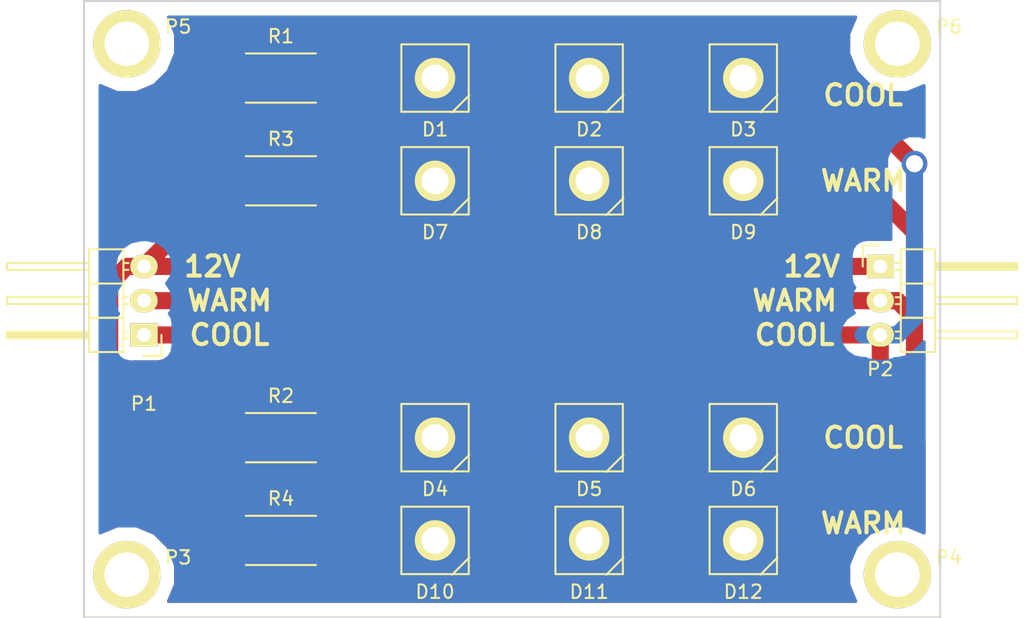
<source format=kicad_pcb>
(kicad_pcb (version 4) (host pcbnew 4.0.1-stable)

  (general
    (links 46)
    (no_connects 0)
    (area 123.690999 76.759999 200.159001 122.630001)
    (thickness 1.6)
    (drawings 14)
    (tracks 43)
    (zones 0)
    (modules 22)
    (nets 17)
  )

  (page A4)
  (layers
    (0 F.Cu signal)
    (31 B.Cu signal)
    (32 B.Adhes user)
    (33 F.Adhes user)
    (34 B.Paste user)
    (35 F.Paste user)
    (36 B.SilkS user)
    (37 F.SilkS user)
    (38 B.Mask user)
    (39 F.Mask user)
    (40 Dwgs.User user)
    (41 Cmts.User user)
    (42 Eco1.User user)
    (43 Eco2.User user)
    (44 Edge.Cuts user)
    (45 Margin user)
    (46 B.CrtYd user)
    (47 F.CrtYd user)
    (48 B.Fab user)
    (49 F.Fab user)
  )

  (setup
    (last_trace_width 0.254)
    (trace_clearance 0.254)
    (zone_clearance 1)
    (zone_45_only no)
    (trace_min 0.2)
    (segment_width 0.2)
    (edge_width 0.15)
    (via_size 0.6)
    (via_drill 0.4)
    (via_min_size 0.4)
    (via_min_drill 0.3)
    (uvia_size 0.3)
    (uvia_drill 0.1)
    (uvias_allowed no)
    (uvia_min_size 0.2)
    (uvia_min_drill 0.1)
    (pcb_text_width 0.3)
    (pcb_text_size 1.5 1.5)
    (mod_edge_width 0.15)
    (mod_text_size 1 1)
    (mod_text_width 0.15)
    (pad_size 1.1 4.3)
    (pad_drill 0)
    (pad_to_mask_clearance 0.2)
    (aux_axis_origin 0 0)
    (visible_elements FFFFFF7F)
    (pcbplotparams
      (layerselection 0x010f0_80000001)
      (usegerberextensions false)
      (excludeedgelayer true)
      (linewidth 0.100000)
      (plotframeref false)
      (viasonmask false)
      (mode 1)
      (useauxorigin false)
      (hpglpennumber 1)
      (hpglpenspeed 20)
      (hpglpendiameter 15)
      (hpglpenoverlay 2)
      (psnegative false)
      (psa4output false)
      (plotreference true)
      (plotvalue true)
      (plotinvisibletext false)
      (padsonsilk false)
      (subtractmaskfromsilk false)
      (outputformat 1)
      (mirror false)
      (drillshape 0)
      (scaleselection 1)
      (outputdirectory fab/))
  )

  (net 0 "")
  (net 1 "Net-(D1-Pad2)")
  (net 2 "Net-(D1-Pad1)")
  (net 3 "Net-(D2-Pad1)")
  (net 4 "Net-(D3-Pad1)")
  (net 5 "Net-(D4-Pad2)")
  (net 6 "Net-(D4-Pad1)")
  (net 7 "Net-(D5-Pad1)")
  (net 8 "Net-(D7-Pad2)")
  (net 9 "Net-(D7-Pad1)")
  (net 10 "Net-(D8-Pad1)")
  (net 11 "Net-(D12-Pad1)")
  (net 12 "Net-(D10-Pad2)")
  (net 13 "Net-(D10-Pad1)")
  (net 14 "Net-(D11-Pad1)")
  (net 15 +12V)
  (net 16 "Net-(D1-Pad3)")

  (net_class Default "This is the default net class."
    (clearance 0.254)
    (trace_width 0.254)
    (via_dia 0.6)
    (via_drill 0.4)
    (uvia_dia 0.3)
    (uvia_drill 0.1)
  )

  (net_class Fat ""
    (clearance 0.254)
    (trace_width 1.27)
    (via_dia 1.905)
    (via_drill 1.27)
    (uvia_dia 0.3)
    (uvia_drill 0.1)
    (add_net +12V)
    (add_net "Net-(D1-Pad1)")
    (add_net "Net-(D1-Pad2)")
    (add_net "Net-(D1-Pad3)")
    (add_net "Net-(D10-Pad1)")
    (add_net "Net-(D10-Pad2)")
    (add_net "Net-(D11-Pad1)")
    (add_net "Net-(D12-Pad1)")
    (add_net "Net-(D2-Pad1)")
    (add_net "Net-(D3-Pad1)")
    (add_net "Net-(D4-Pad1)")
    (add_net "Net-(D4-Pad2)")
    (add_net "Net-(D5-Pad1)")
    (add_net "Net-(D7-Pad1)")
    (add_net "Net-(D7-Pad2)")
    (add_net "Net-(D8-Pad1)")
  )

  (module Pin_Headers:Pin_Header_Angled_1x03 (layer F.Cu) (tedit 0) (tstamp 56B11FFD)
    (at 134.62 101.6 180)
    (descr "Through hole pin header")
    (tags "pin header")
    (path /56B1263F)
    (fp_text reference P1 (at 0 -5.1 180) (layer F.SilkS)
      (effects (font (size 1 1) (thickness 0.15)))
    )
    (fp_text value CONN_01X03 (at 0 -3.1 180) (layer F.Fab)
      (effects (font (size 1 1) (thickness 0.15)))
    )
    (fp_line (start -1.5 -1.75) (end -1.5 6.85) (layer F.CrtYd) (width 0.05))
    (fp_line (start 10.65 -1.75) (end 10.65 6.85) (layer F.CrtYd) (width 0.05))
    (fp_line (start -1.5 -1.75) (end 10.65 -1.75) (layer F.CrtYd) (width 0.05))
    (fp_line (start -1.5 6.85) (end 10.65 6.85) (layer F.CrtYd) (width 0.05))
    (fp_line (start -1.3 -1.55) (end -1.3 0) (layer F.SilkS) (width 0.15))
    (fp_line (start 0 -1.55) (end -1.3 -1.55) (layer F.SilkS) (width 0.15))
    (fp_line (start 4.191 -0.127) (end 10.033 -0.127) (layer F.SilkS) (width 0.15))
    (fp_line (start 10.033 -0.127) (end 10.033 0.127) (layer F.SilkS) (width 0.15))
    (fp_line (start 10.033 0.127) (end 4.191 0.127) (layer F.SilkS) (width 0.15))
    (fp_line (start 4.191 0.127) (end 4.191 0) (layer F.SilkS) (width 0.15))
    (fp_line (start 4.191 0) (end 10.033 0) (layer F.SilkS) (width 0.15))
    (fp_line (start 1.524 -0.254) (end 1.143 -0.254) (layer F.SilkS) (width 0.15))
    (fp_line (start 1.524 0.254) (end 1.143 0.254) (layer F.SilkS) (width 0.15))
    (fp_line (start 1.524 2.286) (end 1.143 2.286) (layer F.SilkS) (width 0.15))
    (fp_line (start 1.524 2.794) (end 1.143 2.794) (layer F.SilkS) (width 0.15))
    (fp_line (start 1.524 4.826) (end 1.143 4.826) (layer F.SilkS) (width 0.15))
    (fp_line (start 1.524 5.334) (end 1.143 5.334) (layer F.SilkS) (width 0.15))
    (fp_line (start 4.064 1.27) (end 4.064 -1.27) (layer F.SilkS) (width 0.15))
    (fp_line (start 10.16 0.254) (end 4.064 0.254) (layer F.SilkS) (width 0.15))
    (fp_line (start 10.16 -0.254) (end 10.16 0.254) (layer F.SilkS) (width 0.15))
    (fp_line (start 4.064 -0.254) (end 10.16 -0.254) (layer F.SilkS) (width 0.15))
    (fp_line (start 1.524 1.27) (end 4.064 1.27) (layer F.SilkS) (width 0.15))
    (fp_line (start 1.524 -1.27) (end 1.524 1.27) (layer F.SilkS) (width 0.15))
    (fp_line (start 1.524 -1.27) (end 4.064 -1.27) (layer F.SilkS) (width 0.15))
    (fp_line (start 1.524 3.81) (end 4.064 3.81) (layer F.SilkS) (width 0.15))
    (fp_line (start 1.524 3.81) (end 1.524 6.35) (layer F.SilkS) (width 0.15))
    (fp_line (start 4.064 4.826) (end 10.16 4.826) (layer F.SilkS) (width 0.15))
    (fp_line (start 10.16 4.826) (end 10.16 5.334) (layer F.SilkS) (width 0.15))
    (fp_line (start 10.16 5.334) (end 4.064 5.334) (layer F.SilkS) (width 0.15))
    (fp_line (start 4.064 6.35) (end 4.064 3.81) (layer F.SilkS) (width 0.15))
    (fp_line (start 4.064 3.81) (end 4.064 1.27) (layer F.SilkS) (width 0.15))
    (fp_line (start 10.16 2.794) (end 4.064 2.794) (layer F.SilkS) (width 0.15))
    (fp_line (start 10.16 2.286) (end 10.16 2.794) (layer F.SilkS) (width 0.15))
    (fp_line (start 4.064 2.286) (end 10.16 2.286) (layer F.SilkS) (width 0.15))
    (fp_line (start 1.524 3.81) (end 4.064 3.81) (layer F.SilkS) (width 0.15))
    (fp_line (start 1.524 1.27) (end 1.524 3.81) (layer F.SilkS) (width 0.15))
    (fp_line (start 1.524 1.27) (end 4.064 1.27) (layer F.SilkS) (width 0.15))
    (fp_line (start 1.524 6.35) (end 4.064 6.35) (layer F.SilkS) (width 0.15))
    (pad 1 thru_hole rect (at 0 0 180) (size 2.032 1.7272) (drill 1.016) (layers *.Cu *.Mask F.SilkS)
      (net 4 "Net-(D3-Pad1)"))
    (pad 2 thru_hole oval (at 0 2.54 180) (size 2.032 1.7272) (drill 1.016) (layers *.Cu *.Mask F.SilkS)
      (net 11 "Net-(D12-Pad1)"))
    (pad 3 thru_hole oval (at 0 5.08 180) (size 2.032 1.7272) (drill 1.016) (layers *.Cu *.Mask F.SilkS)
      (net 15 +12V))
    (model Pin_Headers.3dshapes/Pin_Header_Angled_1x03.wrl
      (at (xyz 0 -0.1 0))
      (scale (xyz 1 1 1))
      (rotate (xyz 0 0 90))
    )
  )

  (module Pin_Headers:Pin_Header_Angled_1x03 (layer F.Cu) (tedit 56B1335C) (tstamp 56B12004)
    (at 189.23 96.52)
    (descr "Through hole pin header")
    (tags "pin header")
    (path /56B1230B)
    (fp_text reference P2 (at 0 7.62) (layer F.SilkS)
      (effects (font (size 1 1) (thickness 0.15)))
    )
    (fp_text value CONN_01X03 (at 0 -3.1) (layer F.Fab)
      (effects (font (size 1 1) (thickness 0.15)))
    )
    (fp_line (start -1.5 -1.75) (end -1.5 6.85) (layer F.CrtYd) (width 0.05))
    (fp_line (start 10.65 -1.75) (end 10.65 6.85) (layer F.CrtYd) (width 0.05))
    (fp_line (start -1.5 -1.75) (end 10.65 -1.75) (layer F.CrtYd) (width 0.05))
    (fp_line (start -1.5 6.85) (end 10.65 6.85) (layer F.CrtYd) (width 0.05))
    (fp_line (start -1.3 -1.55) (end -1.3 0) (layer F.SilkS) (width 0.15))
    (fp_line (start 0 -1.55) (end -1.3 -1.55) (layer F.SilkS) (width 0.15))
    (fp_line (start 4.191 -0.127) (end 10.033 -0.127) (layer F.SilkS) (width 0.15))
    (fp_line (start 10.033 -0.127) (end 10.033 0.127) (layer F.SilkS) (width 0.15))
    (fp_line (start 10.033 0.127) (end 4.191 0.127) (layer F.SilkS) (width 0.15))
    (fp_line (start 4.191 0.127) (end 4.191 0) (layer F.SilkS) (width 0.15))
    (fp_line (start 4.191 0) (end 10.033 0) (layer F.SilkS) (width 0.15))
    (fp_line (start 1.524 -0.254) (end 1.143 -0.254) (layer F.SilkS) (width 0.15))
    (fp_line (start 1.524 0.254) (end 1.143 0.254) (layer F.SilkS) (width 0.15))
    (fp_line (start 1.524 2.286) (end 1.143 2.286) (layer F.SilkS) (width 0.15))
    (fp_line (start 1.524 2.794) (end 1.143 2.794) (layer F.SilkS) (width 0.15))
    (fp_line (start 1.524 4.826) (end 1.143 4.826) (layer F.SilkS) (width 0.15))
    (fp_line (start 1.524 5.334) (end 1.143 5.334) (layer F.SilkS) (width 0.15))
    (fp_line (start 4.064 1.27) (end 4.064 -1.27) (layer F.SilkS) (width 0.15))
    (fp_line (start 10.16 0.254) (end 4.064 0.254) (layer F.SilkS) (width 0.15))
    (fp_line (start 10.16 -0.254) (end 10.16 0.254) (layer F.SilkS) (width 0.15))
    (fp_line (start 4.064 -0.254) (end 10.16 -0.254) (layer F.SilkS) (width 0.15))
    (fp_line (start 1.524 1.27) (end 4.064 1.27) (layer F.SilkS) (width 0.15))
    (fp_line (start 1.524 -1.27) (end 1.524 1.27) (layer F.SilkS) (width 0.15))
    (fp_line (start 1.524 -1.27) (end 4.064 -1.27) (layer F.SilkS) (width 0.15))
    (fp_line (start 1.524 3.81) (end 4.064 3.81) (layer F.SilkS) (width 0.15))
    (fp_line (start 1.524 3.81) (end 1.524 6.35) (layer F.SilkS) (width 0.15))
    (fp_line (start 4.064 4.826) (end 10.16 4.826) (layer F.SilkS) (width 0.15))
    (fp_line (start 10.16 4.826) (end 10.16 5.334) (layer F.SilkS) (width 0.15))
    (fp_line (start 10.16 5.334) (end 4.064 5.334) (layer F.SilkS) (width 0.15))
    (fp_line (start 4.064 6.35) (end 4.064 3.81) (layer F.SilkS) (width 0.15))
    (fp_line (start 4.064 3.81) (end 4.064 1.27) (layer F.SilkS) (width 0.15))
    (fp_line (start 10.16 2.794) (end 4.064 2.794) (layer F.SilkS) (width 0.15))
    (fp_line (start 10.16 2.286) (end 10.16 2.794) (layer F.SilkS) (width 0.15))
    (fp_line (start 4.064 2.286) (end 10.16 2.286) (layer F.SilkS) (width 0.15))
    (fp_line (start 1.524 3.81) (end 4.064 3.81) (layer F.SilkS) (width 0.15))
    (fp_line (start 1.524 1.27) (end 1.524 3.81) (layer F.SilkS) (width 0.15))
    (fp_line (start 1.524 1.27) (end 4.064 1.27) (layer F.SilkS) (width 0.15))
    (fp_line (start 1.524 6.35) (end 4.064 6.35) (layer F.SilkS) (width 0.15))
    (pad 1 thru_hole rect (at 0 0) (size 2.032 1.7272) (drill 1.016) (layers *.Cu *.Mask F.SilkS)
      (net 15 +12V))
    (pad 2 thru_hole oval (at 0 2.54) (size 2.032 1.7272) (drill 1.016) (layers *.Cu *.Mask F.SilkS)
      (net 11 "Net-(D12-Pad1)"))
    (pad 3 thru_hole oval (at 0 5.08) (size 2.032 1.7272) (drill 1.016) (layers *.Cu *.Mask F.SilkS)
      (net 4 "Net-(D3-Pad1)"))
    (model Pin_Headers.3dshapes/Pin_Header_Angled_1x03.wrl
      (at (xyz 0 -0.1 0))
      (scale (xyz 1 1 1))
      (rotate (xyz 0 0 90))
    )
  )

  (module Resistors_SMD:R_2512_HandSoldering (layer F.Cu) (tedit 5418A1CA) (tstamp 56B1200A)
    (at 144.78 82.55)
    (descr "Resistor SMD 2512, hand soldering")
    (tags "resistor 2512")
    (path /56B120D6)
    (attr smd)
    (fp_text reference R1 (at 0 -3.1) (layer F.SilkS)
      (effects (font (size 1 1) (thickness 0.15)))
    )
    (fp_text value 6.6R (at 0 3.1) (layer F.Fab)
      (effects (font (size 1 1) (thickness 0.15)))
    )
    (fp_line (start -5.6 -1.95) (end 5.6 -1.95) (layer F.CrtYd) (width 0.05))
    (fp_line (start -5.6 1.95) (end 5.6 1.95) (layer F.CrtYd) (width 0.05))
    (fp_line (start -5.6 -1.95) (end -5.6 1.95) (layer F.CrtYd) (width 0.05))
    (fp_line (start 5.6 -1.95) (end 5.6 1.95) (layer F.CrtYd) (width 0.05))
    (fp_line (start 2.6 1.825) (end -2.6 1.825) (layer F.SilkS) (width 0.15))
    (fp_line (start -2.6 -1.825) (end 2.6 -1.825) (layer F.SilkS) (width 0.15))
    (pad 1 smd rect (at -3.95 0) (size 2.7 3.2) (layers F.Cu F.Paste F.Mask)
      (net 15 +12V))
    (pad 2 smd rect (at 3.95 0) (size 2.7 3.2) (layers F.Cu F.Paste F.Mask)
      (net 1 "Net-(D1-Pad2)"))
    (model Resistors_SMD.3dshapes/R_2512_HandSoldering.wrl
      (at (xyz 0 0 0))
      (scale (xyz 1 1 1))
      (rotate (xyz 0 0 0))
    )
  )

  (module Resistors_SMD:R_2512_HandSoldering (layer F.Cu) (tedit 5418A1CA) (tstamp 56B12010)
    (at 144.78 109.22)
    (descr "Resistor SMD 2512, hand soldering")
    (tags "resistor 2512")
    (path /56B1171C)
    (attr smd)
    (fp_text reference R2 (at 0 -3.1) (layer F.SilkS)
      (effects (font (size 1 1) (thickness 0.15)))
    )
    (fp_text value 6.6R (at 0 3.1) (layer F.Fab)
      (effects (font (size 1 1) (thickness 0.15)))
    )
    (fp_line (start -5.6 -1.95) (end 5.6 -1.95) (layer F.CrtYd) (width 0.05))
    (fp_line (start -5.6 1.95) (end 5.6 1.95) (layer F.CrtYd) (width 0.05))
    (fp_line (start -5.6 -1.95) (end -5.6 1.95) (layer F.CrtYd) (width 0.05))
    (fp_line (start 5.6 -1.95) (end 5.6 1.95) (layer F.CrtYd) (width 0.05))
    (fp_line (start 2.6 1.825) (end -2.6 1.825) (layer F.SilkS) (width 0.15))
    (fp_line (start -2.6 -1.825) (end 2.6 -1.825) (layer F.SilkS) (width 0.15))
    (pad 1 smd rect (at -3.95 0) (size 2.7 3.2) (layers F.Cu F.Paste F.Mask)
      (net 15 +12V))
    (pad 2 smd rect (at 3.95 0) (size 2.7 3.2) (layers F.Cu F.Paste F.Mask)
      (net 5 "Net-(D4-Pad2)"))
    (model Resistors_SMD.3dshapes/R_2512_HandSoldering.wrl
      (at (xyz 0 0 0))
      (scale (xyz 1 1 1))
      (rotate (xyz 0 0 0))
    )
  )

  (module Resistors_SMD:R_2512_HandSoldering (layer F.Cu) (tedit 5418A1CA) (tstamp 56B12016)
    (at 144.78 90.17)
    (descr "Resistor SMD 2512, hand soldering")
    (tags "resistor 2512")
    (path /56B122DB)
    (attr smd)
    (fp_text reference R3 (at 0 -3.1) (layer F.SilkS)
      (effects (font (size 1 1) (thickness 0.15)))
    )
    (fp_text value 6.6R (at 0 3.1) (layer F.Fab)
      (effects (font (size 1 1) (thickness 0.15)))
    )
    (fp_line (start -5.6 -1.95) (end 5.6 -1.95) (layer F.CrtYd) (width 0.05))
    (fp_line (start -5.6 1.95) (end 5.6 1.95) (layer F.CrtYd) (width 0.05))
    (fp_line (start -5.6 -1.95) (end -5.6 1.95) (layer F.CrtYd) (width 0.05))
    (fp_line (start 5.6 -1.95) (end 5.6 1.95) (layer F.CrtYd) (width 0.05))
    (fp_line (start 2.6 1.825) (end -2.6 1.825) (layer F.SilkS) (width 0.15))
    (fp_line (start -2.6 -1.825) (end 2.6 -1.825) (layer F.SilkS) (width 0.15))
    (pad 1 smd rect (at -3.95 0) (size 2.7 3.2) (layers F.Cu F.Paste F.Mask)
      (net 15 +12V))
    (pad 2 smd rect (at 3.95 0) (size 2.7 3.2) (layers F.Cu F.Paste F.Mask)
      (net 8 "Net-(D7-Pad2)"))
    (model Resistors_SMD.3dshapes/R_2512_HandSoldering.wrl
      (at (xyz 0 0 0))
      (scale (xyz 1 1 1))
      (rotate (xyz 0 0 0))
    )
  )

  (module Resistors_SMD:R_2512_HandSoldering (layer F.Cu) (tedit 5418A1CA) (tstamp 56B1201C)
    (at 144.78 116.84)
    (descr "Resistor SMD 2512, hand soldering")
    (tags "resistor 2512")
    (path /56B122C4)
    (attr smd)
    (fp_text reference R4 (at 0 -3.1) (layer F.SilkS)
      (effects (font (size 1 1) (thickness 0.15)))
    )
    (fp_text value 6.6R (at 0 3.1) (layer F.Fab)
      (effects (font (size 1 1) (thickness 0.15)))
    )
    (fp_line (start -5.6 -1.95) (end 5.6 -1.95) (layer F.CrtYd) (width 0.05))
    (fp_line (start -5.6 1.95) (end 5.6 1.95) (layer F.CrtYd) (width 0.05))
    (fp_line (start -5.6 -1.95) (end -5.6 1.95) (layer F.CrtYd) (width 0.05))
    (fp_line (start 5.6 -1.95) (end 5.6 1.95) (layer F.CrtYd) (width 0.05))
    (fp_line (start 2.6 1.825) (end -2.6 1.825) (layer F.SilkS) (width 0.15))
    (fp_line (start -2.6 -1.825) (end 2.6 -1.825) (layer F.SilkS) (width 0.15))
    (pad 1 smd rect (at -3.95 0) (size 2.7 3.2) (layers F.Cu F.Paste F.Mask)
      (net 15 +12V))
    (pad 2 smd rect (at 3.95 0) (size 2.7 3.2) (layers F.Cu F.Paste F.Mask)
      (net 12 "Net-(D10-Pad2)"))
    (model Resistors_SMD.3dshapes/R_2512_HandSoldering.wrl
      (at (xyz 0 0 0))
      (scale (xyz 1 1 1))
      (rotate (xyz 0 0 0))
    )
  )

  (module matthew:CREE_MX6 (layer F.Cu) (tedit 56B12C76) (tstamp 56B11F96)
    (at 156.21 109.22)
    (path /56B12CD1)
    (fp_text reference D4 (at 0 3.81) (layer F.SilkS)
      (effects (font (size 1 1) (thickness 0.15)))
    )
    (fp_text value LED_tm (at 0 -3.81) (layer F.Fab)
      (effects (font (size 1 1) (thickness 0.15)))
    )
    (fp_line (start 2.54 1.27) (end 1.27 2.54) (layer F.SilkS) (width 0.15))
    (fp_line (start 2.5 -2.5) (end -2.5 -2.5) (layer F.SilkS) (width 0.15))
    (fp_line (start -2.5 -2.5) (end -2.5 2.5) (layer F.SilkS) (width 0.15))
    (fp_line (start -2.5 2.5) (end 2.5 2.5) (layer F.SilkS) (width 0.15))
    (fp_line (start 2.5 2.5) (end 2.5 -2.5) (layer F.SilkS) (width 0.15))
    (pad 3 smd rect (at 0 0) (size 1.1 4.3) (layers F.Cu F.Paste F.Mask)
      (net 16 "Net-(D1-Pad3)"))
    (pad 2 smd rect (at -3.75 0) (size 2 4.3) (layers F.Cu F.Paste F.Mask)
      (net 5 "Net-(D4-Pad2)"))
    (pad 1 smd rect (at 3.75 0) (size 2 4.3) (layers F.Cu F.Paste F.Mask)
      (net 6 "Net-(D4-Pad1)"))
    (pad 3 thru_hole circle (at 0 0) (size 3 3) (drill 2) (layers *.Cu *.Mask F.SilkS)
      (net 16 "Net-(D1-Pad3)"))
  )

  (module matthew:CREE_MX6 (layer F.Cu) (tedit 56B12C76) (tstamp 56B11FDE)
    (at 156.21 116.84)
    (path /56B13073)
    (fp_text reference D10 (at 0 3.81) (layer F.SilkS)
      (effects (font (size 1 1) (thickness 0.15)))
    )
    (fp_text value LED_tm (at 0 -3.81) (layer F.Fab)
      (effects (font (size 1 1) (thickness 0.15)))
    )
    (fp_line (start 2.54 1.27) (end 1.27 2.54) (layer F.SilkS) (width 0.15))
    (fp_line (start 2.5 -2.5) (end -2.5 -2.5) (layer F.SilkS) (width 0.15))
    (fp_line (start -2.5 -2.5) (end -2.5 2.5) (layer F.SilkS) (width 0.15))
    (fp_line (start -2.5 2.5) (end 2.5 2.5) (layer F.SilkS) (width 0.15))
    (fp_line (start 2.5 2.5) (end 2.5 -2.5) (layer F.SilkS) (width 0.15))
    (pad 3 smd rect (at 0 0) (size 1.1 4.3) (layers F.Cu F.Paste F.Mask)
      (net 16 "Net-(D1-Pad3)"))
    (pad 2 smd rect (at -3.75 0) (size 2 4.3) (layers F.Cu F.Paste F.Mask)
      (net 12 "Net-(D10-Pad2)"))
    (pad 1 smd rect (at 3.75 0) (size 2 4.3) (layers F.Cu F.Paste F.Mask)
      (net 13 "Net-(D10-Pad1)"))
    (pad 3 thru_hole circle (at 0 0) (size 3 3) (drill 2) (layers *.Cu *.Mask F.SilkS)
      (net 16 "Net-(D1-Pad3)"))
  )

  (module matthew:CREE_MX6 (layer F.Cu) (tedit 56B12C76) (tstamp 56B11FEA)
    (at 167.64 116.84)
    (path /56B130A6)
    (fp_text reference D11 (at 0 3.81) (layer F.SilkS)
      (effects (font (size 1 1) (thickness 0.15)))
    )
    (fp_text value LED_tm (at 0 -3.81) (layer F.Fab)
      (effects (font (size 1 1) (thickness 0.15)))
    )
    (fp_line (start 2.54 1.27) (end 1.27 2.54) (layer F.SilkS) (width 0.15))
    (fp_line (start 2.5 -2.5) (end -2.5 -2.5) (layer F.SilkS) (width 0.15))
    (fp_line (start -2.5 -2.5) (end -2.5 2.5) (layer F.SilkS) (width 0.15))
    (fp_line (start -2.5 2.5) (end 2.5 2.5) (layer F.SilkS) (width 0.15))
    (fp_line (start 2.5 2.5) (end 2.5 -2.5) (layer F.SilkS) (width 0.15))
    (pad 3 smd rect (at 0 0) (size 1.1 4.3) (layers F.Cu F.Paste F.Mask)
      (net 16 "Net-(D1-Pad3)"))
    (pad 2 smd rect (at -3.75 0) (size 2 4.3) (layers F.Cu F.Paste F.Mask)
      (net 13 "Net-(D10-Pad1)"))
    (pad 1 smd rect (at 3.75 0) (size 2 4.3) (layers F.Cu F.Paste F.Mask)
      (net 14 "Net-(D11-Pad1)"))
    (pad 3 thru_hole circle (at 0 0) (size 3 3) (drill 2) (layers *.Cu *.Mask F.SilkS)
      (net 16 "Net-(D1-Pad3)"))
  )

  (module matthew:CREE_MX6 (layer F.Cu) (tedit 56B12C76) (tstamp 56B11FA2)
    (at 167.64 109.22)
    (path /56B1311C)
    (fp_text reference D5 (at 0 3.81) (layer F.SilkS)
      (effects (font (size 1 1) (thickness 0.15)))
    )
    (fp_text value LED_tm (at 0 -3.81) (layer F.Fab)
      (effects (font (size 1 1) (thickness 0.15)))
    )
    (fp_line (start 2.54 1.27) (end 1.27 2.54) (layer F.SilkS) (width 0.15))
    (fp_line (start 2.5 -2.5) (end -2.5 -2.5) (layer F.SilkS) (width 0.15))
    (fp_line (start -2.5 -2.5) (end -2.5 2.5) (layer F.SilkS) (width 0.15))
    (fp_line (start -2.5 2.5) (end 2.5 2.5) (layer F.SilkS) (width 0.15))
    (fp_line (start 2.5 2.5) (end 2.5 -2.5) (layer F.SilkS) (width 0.15))
    (pad 3 smd rect (at 0 0) (size 1.1 4.3) (layers F.Cu F.Paste F.Mask)
      (net 16 "Net-(D1-Pad3)"))
    (pad 2 smd rect (at -3.75 0) (size 2 4.3) (layers F.Cu F.Paste F.Mask)
      (net 6 "Net-(D4-Pad1)"))
    (pad 1 smd rect (at 3.75 0) (size 2 4.3) (layers F.Cu F.Paste F.Mask)
      (net 7 "Net-(D5-Pad1)"))
    (pad 3 thru_hole circle (at 0 0) (size 3 3) (drill 2) (layers *.Cu *.Mask F.SilkS)
      (net 16 "Net-(D1-Pad3)"))
  )

  (module matthew:CREE_MX6 (layer F.Cu) (tedit 56B12C76) (tstamp 56B11FAE)
    (at 179.07 109.22)
    (path /56B131DF)
    (fp_text reference D6 (at 0 3.81) (layer F.SilkS)
      (effects (font (size 1 1) (thickness 0.15)))
    )
    (fp_text value LED_tm (at 0 -3.81) (layer F.Fab)
      (effects (font (size 1 1) (thickness 0.15)))
    )
    (fp_line (start 2.54 1.27) (end 1.27 2.54) (layer F.SilkS) (width 0.15))
    (fp_line (start 2.5 -2.5) (end -2.5 -2.5) (layer F.SilkS) (width 0.15))
    (fp_line (start -2.5 -2.5) (end -2.5 2.5) (layer F.SilkS) (width 0.15))
    (fp_line (start -2.5 2.5) (end 2.5 2.5) (layer F.SilkS) (width 0.15))
    (fp_line (start 2.5 2.5) (end 2.5 -2.5) (layer F.SilkS) (width 0.15))
    (pad 3 smd rect (at 0 0) (size 1.1 4.3) (layers F.Cu F.Paste F.Mask)
      (net 16 "Net-(D1-Pad3)"))
    (pad 2 smd rect (at -3.75 0) (size 2 4.3) (layers F.Cu F.Paste F.Mask)
      (net 7 "Net-(D5-Pad1)"))
    (pad 1 smd rect (at 3.75 0) (size 2 4.3) (layers F.Cu F.Paste F.Mask)
      (net 4 "Net-(D3-Pad1)"))
    (pad 3 thru_hole circle (at 0 0) (size 3 3) (drill 2) (layers *.Cu *.Mask F.SilkS)
      (net 16 "Net-(D1-Pad3)"))
  )

  (module matthew:CREE_MX6 (layer F.Cu) (tedit 56B12C76) (tstamp 56B11FF6)
    (at 179.07 116.84)
    (path /56B13271)
    (fp_text reference D12 (at 0 3.81) (layer F.SilkS)
      (effects (font (size 1 1) (thickness 0.15)))
    )
    (fp_text value LED_tm (at 0 -3.81) (layer F.Fab)
      (effects (font (size 1 1) (thickness 0.15)))
    )
    (fp_line (start 2.54 1.27) (end 1.27 2.54) (layer F.SilkS) (width 0.15))
    (fp_line (start 2.5 -2.5) (end -2.5 -2.5) (layer F.SilkS) (width 0.15))
    (fp_line (start -2.5 -2.5) (end -2.5 2.5) (layer F.SilkS) (width 0.15))
    (fp_line (start -2.5 2.5) (end 2.5 2.5) (layer F.SilkS) (width 0.15))
    (fp_line (start 2.5 2.5) (end 2.5 -2.5) (layer F.SilkS) (width 0.15))
    (pad 3 smd rect (at 0 0) (size 1.1 4.3) (layers F.Cu F.Paste F.Mask)
      (net 16 "Net-(D1-Pad3)"))
    (pad 2 smd rect (at -3.75 0) (size 2 4.3) (layers F.Cu F.Paste F.Mask)
      (net 14 "Net-(D11-Pad1)"))
    (pad 1 smd rect (at 3.75 0) (size 2 4.3) (layers F.Cu F.Paste F.Mask)
      (net 11 "Net-(D12-Pad1)"))
    (pad 3 thru_hole circle (at 0 0) (size 3 3) (drill 2) (layers *.Cu *.Mask F.SilkS)
      (net 16 "Net-(D1-Pad3)"))
  )

  (module matthew:CREE_MX6 (layer F.Cu) (tedit 56B12C76) (tstamp 56B11F8A)
    (at 179.07 82.55)
    (path /56B1319A)
    (fp_text reference D3 (at 0 3.81) (layer F.SilkS)
      (effects (font (size 1 1) (thickness 0.15)))
    )
    (fp_text value LED_tm (at 0 -3.81) (layer F.Fab)
      (effects (font (size 1 1) (thickness 0.15)))
    )
    (fp_line (start 2.54 1.27) (end 1.27 2.54) (layer F.SilkS) (width 0.15))
    (fp_line (start 2.5 -2.5) (end -2.5 -2.5) (layer F.SilkS) (width 0.15))
    (fp_line (start -2.5 -2.5) (end -2.5 2.5) (layer F.SilkS) (width 0.15))
    (fp_line (start -2.5 2.5) (end 2.5 2.5) (layer F.SilkS) (width 0.15))
    (fp_line (start 2.5 2.5) (end 2.5 -2.5) (layer F.SilkS) (width 0.15))
    (pad 3 smd rect (at 0 0) (size 1.1 4.3) (layers F.Cu F.Paste F.Mask)
      (net 16 "Net-(D1-Pad3)"))
    (pad 2 smd rect (at -3.75 0) (size 2 4.3) (layers F.Cu F.Paste F.Mask)
      (net 3 "Net-(D2-Pad1)"))
    (pad 1 smd rect (at 3.75 0) (size 2 4.3) (layers F.Cu F.Paste F.Mask)
      (net 4 "Net-(D3-Pad1)"))
    (pad 3 thru_hole circle (at 0 0) (size 3 3) (drill 2) (layers *.Cu *.Mask F.SilkS)
      (net 16 "Net-(D1-Pad3)"))
  )

  (module matthew:CREE_MX6 (layer F.Cu) (tedit 56B12C76) (tstamp 56B11FD2)
    (at 179.07 90.17)
    (path /56B13224)
    (fp_text reference D9 (at 0 3.81) (layer F.SilkS)
      (effects (font (size 1 1) (thickness 0.15)))
    )
    (fp_text value LED_tm (at 0 -3.81) (layer F.Fab)
      (effects (font (size 1 1) (thickness 0.15)))
    )
    (fp_line (start 2.54 1.27) (end 1.27 2.54) (layer F.SilkS) (width 0.15))
    (fp_line (start 2.5 -2.5) (end -2.5 -2.5) (layer F.SilkS) (width 0.15))
    (fp_line (start -2.5 -2.5) (end -2.5 2.5) (layer F.SilkS) (width 0.15))
    (fp_line (start -2.5 2.5) (end 2.5 2.5) (layer F.SilkS) (width 0.15))
    (fp_line (start 2.5 2.5) (end 2.5 -2.5) (layer F.SilkS) (width 0.15))
    (pad 3 smd rect (at 0 0) (size 1.1 4.3) (layers F.Cu F.Paste F.Mask)
      (net 16 "Net-(D1-Pad3)"))
    (pad 2 smd rect (at -3.75 0) (size 2 4.3) (layers F.Cu F.Paste F.Mask)
      (net 10 "Net-(D8-Pad1)"))
    (pad 1 smd rect (at 3.75 0) (size 2 4.3) (layers F.Cu F.Paste F.Mask)
      (net 11 "Net-(D12-Pad1)"))
    (pad 3 thru_hole circle (at 0 0) (size 3 3) (drill 2) (layers *.Cu *.Mask F.SilkS)
      (net 16 "Net-(D1-Pad3)"))
  )

  (module matthew:CREE_MX6 (layer F.Cu) (tedit 56B12C76) (tstamp 56B11FC6)
    (at 167.64 90.17)
    (path /56B130E3)
    (fp_text reference D8 (at 0 3.81) (layer F.SilkS)
      (effects (font (size 1 1) (thickness 0.15)))
    )
    (fp_text value LED_tm (at 0 -3.81) (layer F.Fab)
      (effects (font (size 1 1) (thickness 0.15)))
    )
    (fp_line (start 2.54 1.27) (end 1.27 2.54) (layer F.SilkS) (width 0.15))
    (fp_line (start 2.5 -2.5) (end -2.5 -2.5) (layer F.SilkS) (width 0.15))
    (fp_line (start -2.5 -2.5) (end -2.5 2.5) (layer F.SilkS) (width 0.15))
    (fp_line (start -2.5 2.5) (end 2.5 2.5) (layer F.SilkS) (width 0.15))
    (fp_line (start 2.5 2.5) (end 2.5 -2.5) (layer F.SilkS) (width 0.15))
    (pad 3 smd rect (at 0 0) (size 1.1 4.3) (layers F.Cu F.Paste F.Mask)
      (net 16 "Net-(D1-Pad3)"))
    (pad 2 smd rect (at -3.75 0) (size 2 4.3) (layers F.Cu F.Paste F.Mask)
      (net 9 "Net-(D7-Pad1)"))
    (pad 1 smd rect (at 3.75 0) (size 2 4.3) (layers F.Cu F.Paste F.Mask)
      (net 10 "Net-(D8-Pad1)"))
    (pad 3 thru_hole circle (at 0 0) (size 3 3) (drill 2) (layers *.Cu *.Mask F.SilkS)
      (net 16 "Net-(D1-Pad3)"))
  )

  (module matthew:CREE_MX6 (layer F.Cu) (tedit 56B12C76) (tstamp 56B11F7E)
    (at 167.64 82.55)
    (path /56B1315B)
    (fp_text reference D2 (at 0 3.81) (layer F.SilkS)
      (effects (font (size 1 1) (thickness 0.15)))
    )
    (fp_text value LED_tm (at 0 -3.81) (layer F.Fab)
      (effects (font (size 1 1) (thickness 0.15)))
    )
    (fp_line (start 2.54 1.27) (end 1.27 2.54) (layer F.SilkS) (width 0.15))
    (fp_line (start 2.5 -2.5) (end -2.5 -2.5) (layer F.SilkS) (width 0.15))
    (fp_line (start -2.5 -2.5) (end -2.5 2.5) (layer F.SilkS) (width 0.15))
    (fp_line (start -2.5 2.5) (end 2.5 2.5) (layer F.SilkS) (width 0.15))
    (fp_line (start 2.5 2.5) (end 2.5 -2.5) (layer F.SilkS) (width 0.15))
    (pad 3 smd rect (at 0 0) (size 1.1 4.3) (layers F.Cu F.Paste F.Mask)
      (net 16 "Net-(D1-Pad3)"))
    (pad 2 smd rect (at -3.75 0) (size 2 4.3) (layers F.Cu F.Paste F.Mask)
      (net 2 "Net-(D1-Pad1)"))
    (pad 1 smd rect (at 3.75 0) (size 2 4.3) (layers F.Cu F.Paste F.Mask)
      (net 3 "Net-(D2-Pad1)"))
    (pad 3 thru_hole circle (at 0 0) (size 3 3) (drill 2) (layers *.Cu *.Mask F.SilkS)
      (net 16 "Net-(D1-Pad3)"))
  )

  (module matthew:CREE_MX6 (layer F.Cu) (tedit 56B12C76) (tstamp 56B11F72)
    (at 156.21 82.55)
    (path /56B13016)
    (fp_text reference D1 (at 0 3.81) (layer F.SilkS)
      (effects (font (size 1 1) (thickness 0.15)))
    )
    (fp_text value LED_tm (at 0 -3.81) (layer F.Fab)
      (effects (font (size 1 1) (thickness 0.15)))
    )
    (fp_line (start 2.54 1.27) (end 1.27 2.54) (layer F.SilkS) (width 0.15))
    (fp_line (start 2.5 -2.5) (end -2.5 -2.5) (layer F.SilkS) (width 0.15))
    (fp_line (start -2.5 -2.5) (end -2.5 2.5) (layer F.SilkS) (width 0.15))
    (fp_line (start -2.5 2.5) (end 2.5 2.5) (layer F.SilkS) (width 0.15))
    (fp_line (start 2.5 2.5) (end 2.5 -2.5) (layer F.SilkS) (width 0.15))
    (pad 3 smd rect (at 0 0) (size 1.1 4.3) (layers F.Cu F.Paste F.Mask)
      (net 16 "Net-(D1-Pad3)"))
    (pad 2 smd rect (at -3.75 0) (size 2 4.3) (layers F.Cu F.Paste F.Mask)
      (net 1 "Net-(D1-Pad2)"))
    (pad 1 smd rect (at 3.75 0) (size 2 4.3) (layers F.Cu F.Paste F.Mask)
      (net 2 "Net-(D1-Pad1)"))
    (pad 3 thru_hole circle (at 0 0) (size 3 3) (drill 2) (layers *.Cu *.Mask F.SilkS)
      (net 16 "Net-(D1-Pad3)"))
  )

  (module matthew:CREE_MX6 (layer F.Cu) (tedit 56B12C76) (tstamp 56B11FBA)
    (at 156.21 90.17)
    (path /56B13040)
    (fp_text reference D7 (at 0 3.81) (layer F.SilkS)
      (effects (font (size 1 1) (thickness 0.15)))
    )
    (fp_text value LED_tm (at 0 -3.81) (layer F.Fab)
      (effects (font (size 1 1) (thickness 0.15)))
    )
    (fp_line (start 2.54 1.27) (end 1.27 2.54) (layer F.SilkS) (width 0.15))
    (fp_line (start 2.5 -2.5) (end -2.5 -2.5) (layer F.SilkS) (width 0.15))
    (fp_line (start -2.5 -2.5) (end -2.5 2.5) (layer F.SilkS) (width 0.15))
    (fp_line (start -2.5 2.5) (end 2.5 2.5) (layer F.SilkS) (width 0.15))
    (fp_line (start 2.5 2.5) (end 2.5 -2.5) (layer F.SilkS) (width 0.15))
    (pad 3 smd rect (at 0 0) (size 1.1 4.3) (layers F.Cu F.Paste F.Mask)
      (net 16 "Net-(D1-Pad3)"))
    (pad 2 smd rect (at -3.75 0) (size 2 4.3) (layers F.Cu F.Paste F.Mask)
      (net 8 "Net-(D7-Pad2)"))
    (pad 1 smd rect (at 3.75 0) (size 2 4.3) (layers F.Cu F.Paste F.Mask)
      (net 9 "Net-(D7-Pad1)"))
    (pad 3 thru_hole circle (at 0 0) (size 3 3) (drill 2) (layers *.Cu *.Mask F.SilkS)
      (net 16 "Net-(D1-Pad3)"))
  )

  (module matthew:M3 (layer F.Cu) (tedit 56B13090) (tstamp 56B13130)
    (at 133.35 119.38)
    (path /56B13E36)
    (fp_text reference P3 (at 3.81 -1.27) (layer F.SilkS)
      (effects (font (size 1 1) (thickness 0.15)))
    )
    (fp_text value CONN_01X01 (at -2.54 -1.27) (layer F.Fab)
      (effects (font (size 1 1) (thickness 0.15)))
    )
    (pad "" thru_hole circle (at 0 0) (size 5 5) (drill 3.3) (layers *.Cu *.Mask F.SilkS))
  )

  (module matthew:M3 (layer F.Cu) (tedit 56B13090) (tstamp 56B13135)
    (at 190.5 119.38)
    (path /56B13E95)
    (fp_text reference P4 (at 3.81 -1.27) (layer F.SilkS)
      (effects (font (size 1 1) (thickness 0.15)))
    )
    (fp_text value CONN_01X01 (at -2.54 -1.27) (layer F.Fab)
      (effects (font (size 1 1) (thickness 0.15)))
    )
    (pad "" thru_hole circle (at 0 0) (size 5 5) (drill 3.3) (layers *.Cu *.Mask F.SilkS))
  )

  (module matthew:M3 (layer F.Cu) (tedit 56B13090) (tstamp 56B1313A)
    (at 133.35 80.01)
    (path /56B13EE8)
    (fp_text reference P5 (at 3.81 -1.27) (layer F.SilkS)
      (effects (font (size 1 1) (thickness 0.15)))
    )
    (fp_text value CONN_01X01 (at -2.54 -1.27) (layer F.Fab)
      (effects (font (size 1 1) (thickness 0.15)))
    )
    (pad "" thru_hole circle (at 0 0) (size 5 5) (drill 3.3) (layers *.Cu *.Mask F.SilkS))
  )

  (module matthew:M3 (layer F.Cu) (tedit 56B13090) (tstamp 56B1313F)
    (at 190.5 80.01)
    (path /56B13F3E)
    (fp_text reference P6 (at 3.81 -1.27) (layer F.SilkS)
      (effects (font (size 1 1) (thickness 0.15)))
    )
    (fp_text value CONN_01X01 (at -2.54 -1.27) (layer F.Fab)
      (effects (font (size 1 1) (thickness 0.15)))
    )
    (pad "" thru_hole circle (at 0 0) (size 5 5) (drill 3.3) (layers *.Cu *.Mask F.SilkS))
  )

  (gr_line (start 193.675 122.555) (end 193.675 76.835) (angle 90) (layer Edge.Cuts) (width 0.15))
  (gr_line (start 130.175 122.555) (end 193.675 122.555) (angle 90) (layer Edge.Cuts) (width 0.15))
  (gr_line (start 130.175 76.835) (end 130.175 122.555) (angle 90) (layer Edge.Cuts) (width 0.15))
  (gr_line (start 193.675 76.835) (end 130.175 76.835) (angle 90) (layer Edge.Cuts) (width 0.15))
  (gr_text COOL (at 187.96 83.82) (layer F.SilkS)
    (effects (font (size 1.5 1.5) (thickness 0.3)))
  )
  (gr_text COOL (at 187.96 109.22) (layer F.SilkS)
    (effects (font (size 1.5 1.5) (thickness 0.3)))
  )
  (gr_text WARM (at 187.96 90.17) (layer F.SilkS)
    (effects (font (size 1.5 1.5) (thickness 0.3)))
  )
  (gr_text WARM (at 187.96 115.57) (layer F.SilkS)
    (effects (font (size 1.5 1.5) (thickness 0.3)))
  )
  (gr_text COOL (at 182.88 101.6) (layer F.SilkS)
    (effects (font (size 1.5 1.5) (thickness 0.3)))
  )
  (gr_text WARM (at 182.88 99.06) (layer F.SilkS)
    (effects (font (size 1.5 1.5) (thickness 0.3)))
  )
  (gr_text 12V (at 184.15 96.52) (layer F.SilkS)
    (effects (font (size 1.5 1.5) (thickness 0.3)))
  )
  (gr_text COOL (at 140.97 101.6) (layer F.SilkS)
    (effects (font (size 1.5 1.5) (thickness 0.3)))
  )
  (gr_text WARM (at 140.97 99.06) (layer F.SilkS)
    (effects (font (size 1.5 1.5) (thickness 0.3)))
  )
  (gr_text 12V (at 139.7 96.52) (layer F.SilkS)
    (effects (font (size 1.5 1.5) (thickness 0.3)))
  )

  (segment (start 152.46 82.55) (end 148.73 82.55) (width 1.27) (layer F.Cu) (net 1))
  (segment (start 163.89 82.55) (end 159.96 82.55) (width 1.27) (layer F.Cu) (net 2))
  (segment (start 175.32 82.55) (end 171.39 82.55) (width 1.27) (layer F.Cu) (net 3))
  (segment (start 189.23 101.6) (end 190.5 101.6) (width 1.27) (layer B.Cu) (net 4))
  (segment (start 185.42 82.55) (end 182.82 82.55) (width 1.27) (layer F.Cu) (net 4) (tstamp 56B12DAB))
  (segment (start 191.77 88.9) (end 185.42 82.55) (width 1.27) (layer F.Cu) (net 4) (tstamp 56B12DAA))
  (via (at 191.77 88.9) (size 1.905) (drill 1.27) (layers F.Cu B.Cu) (net 4))
  (segment (start 191.77 100.33) (end 191.77 88.9) (width 1.27) (layer B.Cu) (net 4) (tstamp 56B12DA0))
  (segment (start 190.5 101.6) (end 191.77 100.33) (width 1.27) (layer B.Cu) (net 4) (tstamp 56B12D9C))
  (segment (start 189.23 101.6) (end 187.96 101.6) (width 1.27) (layer B.Cu) (net 4))
  (segment (start 182.82 83.76) (end 182.82 82.55) (width 1.27) (layer F.Cu) (net 4) (tstamp 56B12312))
  (segment (start 182.82 109.22) (end 185.42 109.22) (width 1.27) (layer F.Cu) (net 4))
  (segment (start 189.23 105.41) (end 189.23 101.6) (width 1.27) (layer F.Cu) (net 4) (tstamp 56B122E0))
  (segment (start 185.42 109.22) (end 189.23 105.41) (width 1.27) (layer F.Cu) (net 4) (tstamp 56B122DB))
  (segment (start 134.62 101.6) (end 189.23 101.6) (width 1.27) (layer F.Cu) (net 4))
  (segment (start 148.73 109.22) (end 152.46 109.22) (width 1.27) (layer F.Cu) (net 5))
  (segment (start 159.96 109.22) (end 163.89 109.22) (width 1.27) (layer F.Cu) (net 6))
  (segment (start 171.39 109.22) (end 175.32 109.22) (width 1.27) (layer F.Cu) (net 7))
  (segment (start 148.73 90.17) (end 152.46 90.17) (width 1.27) (layer F.Cu) (net 8))
  (segment (start 159.96 90.17) (end 163.89 90.17) (width 1.27) (layer F.Cu) (net 9))
  (segment (start 171.39 90.17) (end 175.32 90.17) (width 1.27) (layer F.Cu) (net 10))
  (segment (start 182.82 90.17) (end 187.96 90.17) (width 1.27) (layer F.Cu) (net 11))
  (segment (start 191.77 93.98) (end 191.77 100.33) (width 1.27) (layer F.Cu) (net 11) (tstamp 56B122FE))
  (segment (start 187.96 90.17) (end 191.77 93.98) (width 1.27) (layer F.Cu) (net 11) (tstamp 56B122F7))
  (segment (start 182.82 116.84) (end 182.88 116.84) (width 1.27) (layer F.Cu) (net 11))
  (segment (start 182.88 116.84) (end 191.77 107.95) (width 1.27) (layer F.Cu) (net 11) (tstamp 56B122E8))
  (segment (start 191.77 107.95) (end 191.77 100.33) (width 1.27) (layer F.Cu) (net 11) (tstamp 56B122E9))
  (segment (start 191.77 100.33) (end 190.5 99.06) (width 1.27) (layer F.Cu) (net 11) (tstamp 56B122EC))
  (segment (start 190.5 99.06) (end 189.23 99.06) (width 1.27) (layer F.Cu) (net 11) (tstamp 56B122ED))
  (segment (start 189.23 99.06) (end 134.62 99.06) (width 1.27) (layer F.Cu) (net 11))
  (segment (start 152.46 116.84) (end 148.73 116.84) (width 1.27) (layer F.Cu) (net 12))
  (segment (start 163.89 116.84) (end 159.96 116.84) (width 1.27) (layer F.Cu) (net 13))
  (segment (start 175.32 116.84) (end 171.39 116.84) (width 1.27) (layer F.Cu) (net 14))
  (segment (start 140.83 90.17) (end 140.83 90.31) (width 1.27) (layer F.Cu) (net 15))
  (segment (start 140.83 90.31) (end 134.62 96.52) (width 1.27) (layer F.Cu) (net 15) (tstamp 56B122C9))
  (segment (start 140.83 109.22) (end 135.89 109.22) (width 1.27) (layer F.Cu) (net 15))
  (segment (start 133.35 96.52) (end 134.62 96.52) (width 1.27) (layer F.Cu) (net 15) (tstamp 56B122C3))
  (segment (start 132.08 97.79) (end 133.35 96.52) (width 1.27) (layer F.Cu) (net 15) (tstamp 56B122C2))
  (segment (start 132.08 105.41) (end 132.08 97.79) (width 1.27) (layer F.Cu) (net 15) (tstamp 56B122BD))
  (segment (start 135.89 109.22) (end 132.08 105.41) (width 1.27) (layer F.Cu) (net 15) (tstamp 56B122B7))
  (segment (start 140.83 116.84) (end 140.83 109.22) (width 1.27) (layer F.Cu) (net 15))
  (segment (start 140.83 82.55) (end 140.83 90.17) (width 1.27) (layer F.Cu) (net 15))
  (segment (start 189.23 96.52) (end 134.62 96.52) (width 1.27) (layer F.Cu) (net 15))

  (zone (net 16) (net_name "Net-(D1-Pad3)") (layer F.Cu) (tstamp 56B125C9) (hatch edge 0.508)
    (connect_pads yes (clearance 1))
    (min_thickness 0.254)
    (fill yes (arc_segments 16) (thermal_gap 0.508) (thermal_bridge_width 0.508))
    (polygon
      (pts
        (xy 193.04 121.92) (xy 130.81 121.92) (xy 130.81 77.47) (xy 193.04 77.47) (xy 193.04 121.92)
      )
    )
    (filled_polygon
      (pts
        (xy 187.468 104.680156) (xy 184.969079 107.179077) (xy 184.969079 107.07) (xy 184.890494 106.652359) (xy 184.643669 106.268781)
        (xy 184.267056 106.011452) (xy 183.82 105.920921) (xy 181.82 105.920921) (xy 181.402359 105.999506) (xy 181.018781 106.246331)
        (xy 180.761452 106.622944) (xy 180.670921 107.07) (xy 180.670921 111.37) (xy 180.749506 111.787641) (xy 180.996331 112.171219)
        (xy 181.372944 112.428548) (xy 181.82 112.519079) (xy 183.82 112.519079) (xy 184.237641 112.440494) (xy 184.621219 112.193669)
        (xy 184.878548 111.817056) (xy 184.969079 111.37) (xy 184.969079 110.982) (xy 185.42 110.982) (xy 186.094289 110.847876)
        (xy 186.665922 110.465922) (xy 190.008 107.123844) (xy 190.008 107.220156) (xy 183.687235 113.540921) (xy 181.82 113.540921)
        (xy 181.402359 113.619506) (xy 181.018781 113.866331) (xy 180.761452 114.242944) (xy 180.670921 114.69) (xy 180.670921 118.99)
        (xy 180.749506 119.407641) (xy 180.996331 119.791219) (xy 181.372944 120.048548) (xy 181.82 120.139079) (xy 183.82 120.139079)
        (xy 184.237641 120.060494) (xy 184.621219 119.813669) (xy 184.878548 119.437056) (xy 184.969079 118.99) (xy 184.969079 117.242765)
        (xy 192.473 109.738844) (xy 192.473 116.272004) (xy 191.22462 115.753631) (xy 189.78171 115.752372) (xy 188.448154 116.303386)
        (xy 187.426972 117.322787) (xy 186.873631 118.65538) (xy 186.872372 120.09829) (xy 187.390808 121.353) (xy 136.457996 121.353)
        (xy 136.976369 120.10462) (xy 136.977628 118.66171) (xy 136.426614 117.328154) (xy 135.407213 116.306972) (xy 134.07462 115.753631)
        (xy 132.63171 115.752372) (xy 131.377 116.270808) (xy 131.377 107.198844) (xy 134.644078 110.465922) (xy 135.215712 110.847876)
        (xy 135.89 110.982) (xy 138.361404 110.982) (xy 138.409506 111.237641) (xy 138.656331 111.621219) (xy 139.032944 111.878548)
        (xy 139.068 111.885647) (xy 139.068 114.168445) (xy 139.062359 114.169506) (xy 138.678781 114.416331) (xy 138.421452 114.792944)
        (xy 138.330921 115.24) (xy 138.330921 118.44) (xy 138.409506 118.857641) (xy 138.656331 119.241219) (xy 139.032944 119.498548)
        (xy 139.48 119.589079) (xy 142.18 119.589079) (xy 142.597641 119.510494) (xy 142.981219 119.263669) (xy 143.238548 118.887056)
        (xy 143.329079 118.44) (xy 143.329079 115.24) (xy 146.230921 115.24) (xy 146.230921 118.44) (xy 146.309506 118.857641)
        (xy 146.556331 119.241219) (xy 146.932944 119.498548) (xy 147.38 119.589079) (xy 150.08 119.589079) (xy 150.460221 119.517535)
        (xy 150.636331 119.791219) (xy 151.012944 120.048548) (xy 151.46 120.139079) (xy 153.46 120.139079) (xy 153.877641 120.060494)
        (xy 154.261219 119.813669) (xy 154.518548 119.437056) (xy 154.609079 118.99) (xy 154.609079 114.69) (xy 157.810921 114.69)
        (xy 157.810921 118.99) (xy 157.889506 119.407641) (xy 158.136331 119.791219) (xy 158.512944 120.048548) (xy 158.96 120.139079)
        (xy 160.96 120.139079) (xy 161.377641 120.060494) (xy 161.761219 119.813669) (xy 161.92579 119.572812) (xy 162.066331 119.791219)
        (xy 162.442944 120.048548) (xy 162.89 120.139079) (xy 164.89 120.139079) (xy 165.307641 120.060494) (xy 165.691219 119.813669)
        (xy 165.948548 119.437056) (xy 166.039079 118.99) (xy 166.039079 114.69) (xy 169.240921 114.69) (xy 169.240921 118.99)
        (xy 169.319506 119.407641) (xy 169.566331 119.791219) (xy 169.942944 120.048548) (xy 170.39 120.139079) (xy 172.39 120.139079)
        (xy 172.807641 120.060494) (xy 173.191219 119.813669) (xy 173.35579 119.572812) (xy 173.496331 119.791219) (xy 173.872944 120.048548)
        (xy 174.32 120.139079) (xy 176.32 120.139079) (xy 176.737641 120.060494) (xy 177.121219 119.813669) (xy 177.378548 119.437056)
        (xy 177.469079 118.99) (xy 177.469079 114.69) (xy 177.390494 114.272359) (xy 177.143669 113.888781) (xy 176.767056 113.631452)
        (xy 176.32 113.540921) (xy 174.32 113.540921) (xy 173.902359 113.619506) (xy 173.518781 113.866331) (xy 173.35421 114.107188)
        (xy 173.213669 113.888781) (xy 172.837056 113.631452) (xy 172.39 113.540921) (xy 170.39 113.540921) (xy 169.972359 113.619506)
        (xy 169.588781 113.866331) (xy 169.331452 114.242944) (xy 169.240921 114.69) (xy 166.039079 114.69) (xy 165.960494 114.272359)
        (xy 165.713669 113.888781) (xy 165.337056 113.631452) (xy 164.89 113.540921) (xy 162.89 113.540921) (xy 162.472359 113.619506)
        (xy 162.088781 113.866331) (xy 161.92421 114.107188) (xy 161.783669 113.888781) (xy 161.407056 113.631452) (xy 160.96 113.540921)
        (xy 158.96 113.540921) (xy 158.542359 113.619506) (xy 158.158781 113.866331) (xy 157.901452 114.242944) (xy 157.810921 114.69)
        (xy 154.609079 114.69) (xy 154.530494 114.272359) (xy 154.283669 113.888781) (xy 153.907056 113.631452) (xy 153.46 113.540921)
        (xy 151.46 113.540921) (xy 151.042359 113.619506) (xy 150.658781 113.866331) (xy 150.453628 114.166582) (xy 150.08 114.090921)
        (xy 147.38 114.090921) (xy 146.962359 114.169506) (xy 146.578781 114.416331) (xy 146.321452 114.792944) (xy 146.230921 115.24)
        (xy 143.329079 115.24) (xy 143.250494 114.822359) (xy 143.003669 114.438781) (xy 142.627056 114.181452) (xy 142.592 114.174353)
        (xy 142.592 111.891555) (xy 142.597641 111.890494) (xy 142.981219 111.643669) (xy 143.238548 111.267056) (xy 143.329079 110.82)
        (xy 143.329079 107.62) (xy 146.230921 107.62) (xy 146.230921 110.82) (xy 146.309506 111.237641) (xy 146.556331 111.621219)
        (xy 146.932944 111.878548) (xy 147.38 111.969079) (xy 150.08 111.969079) (xy 150.460221 111.897535) (xy 150.636331 112.171219)
        (xy 151.012944 112.428548) (xy 151.46 112.519079) (xy 153.46 112.519079) (xy 153.877641 112.440494) (xy 154.261219 112.193669)
        (xy 154.518548 111.817056) (xy 154.609079 111.37) (xy 154.609079 107.07) (xy 157.810921 107.07) (xy 157.810921 111.37)
        (xy 157.889506 111.787641) (xy 158.136331 112.171219) (xy 158.512944 112.428548) (xy 158.96 112.519079) (xy 160.96 112.519079)
        (xy 161.377641 112.440494) (xy 161.761219 112.193669) (xy 161.92579 111.952812) (xy 162.066331 112.171219) (xy 162.442944 112.428548)
        (xy 162.89 112.519079) (xy 164.89 112.519079) (xy 165.307641 112.440494) (xy 165.691219 112.193669) (xy 165.948548 111.817056)
        (xy 166.039079 111.37) (xy 166.039079 107.07) (xy 169.240921 107.07) (xy 169.240921 111.37) (xy 169.319506 111.787641)
        (xy 169.566331 112.171219) (xy 169.942944 112.428548) (xy 170.39 112.519079) (xy 172.39 112.519079) (xy 172.807641 112.440494)
        (xy 173.191219 112.193669) (xy 173.35579 111.952812) (xy 173.496331 112.171219) (xy 173.872944 112.428548) (xy 174.32 112.519079)
        (xy 176.32 112.519079) (xy 176.737641 112.440494) (xy 177.121219 112.193669) (xy 177.378548 111.817056) (xy 177.469079 111.37)
        (xy 177.469079 107.07) (xy 177.390494 106.652359) (xy 177.143669 106.268781) (xy 176.767056 106.011452) (xy 176.32 105.920921)
        (xy 174.32 105.920921) (xy 173.902359 105.999506) (xy 173.518781 106.246331) (xy 173.35421 106.487188) (xy 173.213669 106.268781)
        (xy 172.837056 106.011452) (xy 172.39 105.920921) (xy 170.39 105.920921) (xy 169.972359 105.999506) (xy 169.588781 106.246331)
        (xy 169.331452 106.622944) (xy 169.240921 107.07) (xy 166.039079 107.07) (xy 165.960494 106.652359) (xy 165.713669 106.268781)
        (xy 165.337056 106.011452) (xy 164.89 105.920921) (xy 162.89 105.920921) (xy 162.472359 105.999506) (xy 162.088781 106.246331)
        (xy 161.92421 106.487188) (xy 161.783669 106.268781) (xy 161.407056 106.011452) (xy 160.96 105.920921) (xy 158.96 105.920921)
        (xy 158.542359 105.999506) (xy 158.158781 106.246331) (xy 157.901452 106.622944) (xy 157.810921 107.07) (xy 154.609079 107.07)
        (xy 154.530494 106.652359) (xy 154.283669 106.268781) (xy 153.907056 106.011452) (xy 153.46 105.920921) (xy 151.46 105.920921)
        (xy 151.042359 105.999506) (xy 150.658781 106.246331) (xy 150.453628 106.546582) (xy 150.08 106.470921) (xy 147.38 106.470921)
        (xy 146.962359 106.549506) (xy 146.578781 106.796331) (xy 146.321452 107.172944) (xy 146.230921 107.62) (xy 143.329079 107.62)
        (xy 143.250494 107.202359) (xy 143.003669 106.818781) (xy 142.627056 106.561452) (xy 142.18 106.470921) (xy 139.48 106.470921)
        (xy 139.062359 106.549506) (xy 138.678781 106.796331) (xy 138.421452 107.172944) (xy 138.363727 107.458) (xy 136.619844 107.458)
        (xy 133.842 104.680156) (xy 133.842 103.612679) (xy 135.636 103.612679) (xy 136.053641 103.534094) (xy 136.321083 103.362)
        (xy 187.468 103.362)
      )
    )
    (filled_polygon
      (pts
        (xy 186.873631 79.28538) (xy 186.872372 80.72829) (xy 187.423172 82.061328) (xy 186.665922 81.304078) (xy 186.094289 80.922124)
        (xy 185.42 80.788) (xy 184.969079 80.788) (xy 184.969079 80.4) (xy 184.890494 79.982359) (xy 184.643669 79.598781)
        (xy 184.267056 79.341452) (xy 183.82 79.250921) (xy 181.82 79.250921) (xy 181.402359 79.329506) (xy 181.018781 79.576331)
        (xy 180.761452 79.952944) (xy 180.670921 80.4) (xy 180.670921 84.7) (xy 180.749506 85.117641) (xy 180.996331 85.501219)
        (xy 181.372944 85.758548) (xy 181.82 85.849079) (xy 183.82 85.849079) (xy 184.237641 85.770494) (xy 184.621219 85.523669)
        (xy 184.878548 85.147056) (xy 184.969079 84.7) (xy 184.969079 84.590923) (xy 189.690253 89.312097) (xy 189.75807 89.476226)
        (xy 189.205922 88.924078) (xy 188.634289 88.542124) (xy 187.96 88.408) (xy 184.969079 88.408) (xy 184.969079 88.02)
        (xy 184.890494 87.602359) (xy 184.643669 87.218781) (xy 184.267056 86.961452) (xy 183.82 86.870921) (xy 181.82 86.870921)
        (xy 181.402359 86.949506) (xy 181.018781 87.196331) (xy 180.761452 87.572944) (xy 180.670921 88.02) (xy 180.670921 92.32)
        (xy 180.749506 92.737641) (xy 180.996331 93.121219) (xy 181.372944 93.378548) (xy 181.82 93.469079) (xy 183.82 93.469079)
        (xy 184.237641 93.390494) (xy 184.621219 93.143669) (xy 184.878548 92.767056) (xy 184.969079 92.32) (xy 184.969079 91.932)
        (xy 187.230156 91.932) (xy 189.805477 94.507321) (xy 188.214 94.507321) (xy 187.796359 94.585906) (xy 187.528917 94.758)
        (xy 138.873844 94.758) (xy 140.712765 92.919079) (xy 142.18 92.919079) (xy 142.597641 92.840494) (xy 142.981219 92.593669)
        (xy 143.238548 92.217056) (xy 143.329079 91.77) (xy 143.329079 88.57) (xy 146.230921 88.57) (xy 146.230921 91.77)
        (xy 146.309506 92.187641) (xy 146.556331 92.571219) (xy 146.932944 92.828548) (xy 147.38 92.919079) (xy 150.08 92.919079)
        (xy 150.460221 92.847535) (xy 150.636331 93.121219) (xy 151.012944 93.378548) (xy 151.46 93.469079) (xy 153.46 93.469079)
        (xy 153.877641 93.390494) (xy 154.261219 93.143669) (xy 154.518548 92.767056) (xy 154.609079 92.32) (xy 154.609079 88.02)
        (xy 157.810921 88.02) (xy 157.810921 92.32) (xy 157.889506 92.737641) (xy 158.136331 93.121219) (xy 158.512944 93.378548)
        (xy 158.96 93.469079) (xy 160.96 93.469079) (xy 161.377641 93.390494) (xy 161.761219 93.143669) (xy 161.92579 92.902812)
        (xy 162.066331 93.121219) (xy 162.442944 93.378548) (xy 162.89 93.469079) (xy 164.89 93.469079) (xy 165.307641 93.390494)
        (xy 165.691219 93.143669) (xy 165.948548 92.767056) (xy 166.039079 92.32) (xy 166.039079 88.02) (xy 169.240921 88.02)
        (xy 169.240921 92.32) (xy 169.319506 92.737641) (xy 169.566331 93.121219) (xy 169.942944 93.378548) (xy 170.39 93.469079)
        (xy 172.39 93.469079) (xy 172.807641 93.390494) (xy 173.191219 93.143669) (xy 173.35579 92.902812) (xy 173.496331 93.121219)
        (xy 173.872944 93.378548) (xy 174.32 93.469079) (xy 176.32 93.469079) (xy 176.737641 93.390494) (xy 177.121219 93.143669)
        (xy 177.378548 92.767056) (xy 177.469079 92.32) (xy 177.469079 88.02) (xy 177.390494 87.602359) (xy 177.143669 87.218781)
        (xy 176.767056 86.961452) (xy 176.32 86.870921) (xy 174.32 86.870921) (xy 173.902359 86.949506) (xy 173.518781 87.196331)
        (xy 173.35421 87.437188) (xy 173.213669 87.218781) (xy 172.837056 86.961452) (xy 172.39 86.870921) (xy 170.39 86.870921)
        (xy 169.972359 86.949506) (xy 169.588781 87.196331) (xy 169.331452 87.572944) (xy 169.240921 88.02) (xy 166.039079 88.02)
        (xy 165.960494 87.602359) (xy 165.713669 87.218781) (xy 165.337056 86.961452) (xy 164.89 86.870921) (xy 162.89 86.870921)
        (xy 162.472359 86.949506) (xy 162.088781 87.196331) (xy 161.92421 87.437188) (xy 161.783669 87.218781) (xy 161.407056 86.961452)
        (xy 160.96 86.870921) (xy 158.96 86.870921) (xy 158.542359 86.949506) (xy 158.158781 87.196331) (xy 157.901452 87.572944)
        (xy 157.810921 88.02) (xy 154.609079 88.02) (xy 154.530494 87.602359) (xy 154.283669 87.218781) (xy 153.907056 86.961452)
        (xy 153.46 86.870921) (xy 151.46 86.870921) (xy 151.042359 86.949506) (xy 150.658781 87.196331) (xy 150.453628 87.496582)
        (xy 150.08 87.420921) (xy 147.38 87.420921) (xy 146.962359 87.499506) (xy 146.578781 87.746331) (xy 146.321452 88.122944)
        (xy 146.230921 88.57) (xy 143.329079 88.57) (xy 143.250494 88.152359) (xy 143.003669 87.768781) (xy 142.627056 87.511452)
        (xy 142.592 87.504353) (xy 142.592 85.221555) (xy 142.597641 85.220494) (xy 142.981219 84.973669) (xy 143.238548 84.597056)
        (xy 143.329079 84.15) (xy 143.329079 80.95) (xy 146.230921 80.95) (xy 146.230921 84.15) (xy 146.309506 84.567641)
        (xy 146.556331 84.951219) (xy 146.932944 85.208548) (xy 147.38 85.299079) (xy 150.08 85.299079) (xy 150.460221 85.227535)
        (xy 150.636331 85.501219) (xy 151.012944 85.758548) (xy 151.46 85.849079) (xy 153.46 85.849079) (xy 153.877641 85.770494)
        (xy 154.261219 85.523669) (xy 154.518548 85.147056) (xy 154.609079 84.7) (xy 154.609079 80.4) (xy 157.810921 80.4)
        (xy 157.810921 84.7) (xy 157.889506 85.117641) (xy 158.136331 85.501219) (xy 158.512944 85.758548) (xy 158.96 85.849079)
        (xy 160.96 85.849079) (xy 161.377641 85.770494) (xy 161.761219 85.523669) (xy 161.92579 85.282812) (xy 162.066331 85.501219)
        (xy 162.442944 85.758548) (xy 162.89 85.849079) (xy 164.89 85.849079) (xy 165.307641 85.770494) (xy 165.691219 85.523669)
        (xy 165.948548 85.147056) (xy 166.039079 84.7) (xy 166.039079 80.4) (xy 169.240921 80.4) (xy 169.240921 84.7)
        (xy 169.319506 85.117641) (xy 169.566331 85.501219) (xy 169.942944 85.758548) (xy 170.39 85.849079) (xy 172.39 85.849079)
        (xy 172.807641 85.770494) (xy 173.191219 85.523669) (xy 173.35579 85.282812) (xy 173.496331 85.501219) (xy 173.872944 85.758548)
        (xy 174.32 85.849079) (xy 176.32 85.849079) (xy 176.737641 85.770494) (xy 177.121219 85.523669) (xy 177.378548 85.147056)
        (xy 177.469079 84.7) (xy 177.469079 80.4) (xy 177.390494 79.982359) (xy 177.143669 79.598781) (xy 176.767056 79.341452)
        (xy 176.32 79.250921) (xy 174.32 79.250921) (xy 173.902359 79.329506) (xy 173.518781 79.576331) (xy 173.35421 79.817188)
        (xy 173.213669 79.598781) (xy 172.837056 79.341452) (xy 172.39 79.250921) (xy 170.39 79.250921) (xy 169.972359 79.329506)
        (xy 169.588781 79.576331) (xy 169.331452 79.952944) (xy 169.240921 80.4) (xy 166.039079 80.4) (xy 165.960494 79.982359)
        (xy 165.713669 79.598781) (xy 165.337056 79.341452) (xy 164.89 79.250921) (xy 162.89 79.250921) (xy 162.472359 79.329506)
        (xy 162.088781 79.576331) (xy 161.92421 79.817188) (xy 161.783669 79.598781) (xy 161.407056 79.341452) (xy 160.96 79.250921)
        (xy 158.96 79.250921) (xy 158.542359 79.329506) (xy 158.158781 79.576331) (xy 157.901452 79.952944) (xy 157.810921 80.4)
        (xy 154.609079 80.4) (xy 154.530494 79.982359) (xy 154.283669 79.598781) (xy 153.907056 79.341452) (xy 153.46 79.250921)
        (xy 151.46 79.250921) (xy 151.042359 79.329506) (xy 150.658781 79.576331) (xy 150.453628 79.876582) (xy 150.08 79.800921)
        (xy 147.38 79.800921) (xy 146.962359 79.879506) (xy 146.578781 80.126331) (xy 146.321452 80.502944) (xy 146.230921 80.95)
        (xy 143.329079 80.95) (xy 143.250494 80.532359) (xy 143.003669 80.148781) (xy 142.627056 79.891452) (xy 142.18 79.800921)
        (xy 139.48 79.800921) (xy 139.062359 79.879506) (xy 138.678781 80.126331) (xy 138.421452 80.502944) (xy 138.330921 80.95)
        (xy 138.330921 84.15) (xy 138.409506 84.567641) (xy 138.656331 84.951219) (xy 139.032944 85.208548) (xy 139.068 85.215647)
        (xy 139.068 87.498445) (xy 139.062359 87.499506) (xy 138.678781 87.746331) (xy 138.421452 88.122944) (xy 138.330921 88.57)
        (xy 138.330921 90.317235) (xy 134.042562 94.605594) (xy 133.663846 94.680925) (xy 133.548495 94.758) (xy 133.35 94.758)
        (xy 132.675711 94.892124) (xy 132.104078 95.274078) (xy 131.377 96.001156) (xy 131.377 83.117996) (xy 132.62538 83.636369)
        (xy 134.06829 83.637628) (xy 135.401846 83.086614) (xy 136.423028 82.067213) (xy 136.976369 80.73462) (xy 136.977628 79.29171)
        (xy 136.459192 78.037) (xy 187.392004 78.037)
      )
    )
  )
  (zone (net 16) (net_name "Net-(D1-Pad3)") (layer B.Cu) (tstamp 56B12D13) (hatch edge 0.508)
    (connect_pads yes (clearance 1))
    (min_thickness 0.254)
    (fill yes (arc_segments 16) (thermal_gap 0.508) (thermal_bridge_width 0.508))
    (polygon
      (pts
        (xy 193.04 121.92) (xy 193.04 77.47) (xy 130.81 77.47) (xy 130.81 121.92)
      )
    )
    (filled_polygon
      (pts
        (xy 186.873631 79.28538) (xy 186.872372 80.72829) (xy 187.423386 82.061846) (xy 188.442787 83.083028) (xy 189.77538 83.636369)
        (xy 191.21829 83.637628) (xy 192.473 83.119192) (xy 192.473 86.940262) (xy 192.185453 86.820862) (xy 191.358177 86.82014)
        (xy 190.593597 87.136058) (xy 190.008113 87.72052) (xy 189.690862 88.484547) (xy 189.69014 89.311823) (xy 190.006058 90.076403)
        (xy 190.008 90.078348) (xy 190.008 94.507321) (xy 188.214 94.507321) (xy 187.796359 94.585906) (xy 187.412781 94.832731)
        (xy 187.155452 95.209344) (xy 187.064921 95.6564) (xy 187.064921 97.3836) (xy 187.143506 97.801241) (xy 187.332436 98.094848)
        (xy 187.196541 98.29823) (xy 187.045016 99.06) (xy 187.196541 99.82177) (xy 187.29568 99.970141) (xy 187.285712 99.972124)
        (xy 186.714078 100.354078) (xy 186.332124 100.925712) (xy 186.198 101.6) (xy 186.332124 102.274288) (xy 186.714078 102.845922)
        (xy 187.285712 103.227876) (xy 187.96 103.362) (xy 188.158495 103.362) (xy 188.273846 103.439075) (xy 189.035616 103.5906)
        (xy 189.424384 103.5906) (xy 190.186154 103.439075) (xy 190.301505 103.362) (xy 190.5 103.362) (xy 191.174289 103.227876)
        (xy 191.745922 102.845922) (xy 192.473 102.118844) (xy 192.473 116.272004) (xy 191.22462 115.753631) (xy 189.78171 115.752372)
        (xy 188.448154 116.303386) (xy 187.426972 117.322787) (xy 186.873631 118.65538) (xy 186.872372 120.09829) (xy 187.390808 121.353)
        (xy 136.457996 121.353) (xy 136.976369 120.10462) (xy 136.977628 118.66171) (xy 136.426614 117.328154) (xy 135.407213 116.306972)
        (xy 134.07462 115.753631) (xy 132.63171 115.752372) (xy 131.377 116.270808) (xy 131.377 96.52) (xy 132.435016 96.52)
        (xy 132.586541 97.28177) (xy 132.92613 97.79) (xy 132.586541 98.29823) (xy 132.435016 99.06) (xy 132.586541 99.82177)
        (xy 132.724182 100.027764) (xy 132.545452 100.289344) (xy 132.454921 100.7364) (xy 132.454921 102.4636) (xy 132.533506 102.881241)
        (xy 132.780331 103.264819) (xy 133.156944 103.522148) (xy 133.604 103.612679) (xy 135.636 103.612679) (xy 136.053641 103.534094)
        (xy 136.437219 103.287269) (xy 136.694548 102.910656) (xy 136.785079 102.4636) (xy 136.785079 100.7364) (xy 136.706494 100.318759)
        (xy 136.517564 100.025152) (xy 136.653459 99.82177) (xy 136.804984 99.06) (xy 136.653459 98.29823) (xy 136.31387 97.79)
        (xy 136.653459 97.28177) (xy 136.804984 96.52) (xy 136.653459 95.75823) (xy 136.221951 95.112433) (xy 135.576154 94.680925)
        (xy 134.814384 94.5294) (xy 134.425616 94.5294) (xy 133.663846 94.680925) (xy 133.018049 95.112433) (xy 132.586541 95.75823)
        (xy 132.435016 96.52) (xy 131.377 96.52) (xy 131.377 83.117996) (xy 132.62538 83.636369) (xy 134.06829 83.637628)
        (xy 135.401846 83.086614) (xy 136.423028 82.067213) (xy 136.976369 80.73462) (xy 136.977628 79.29171) (xy 136.459192 78.037)
        (xy 187.392004 78.037)
      )
    )
  )
)

</source>
